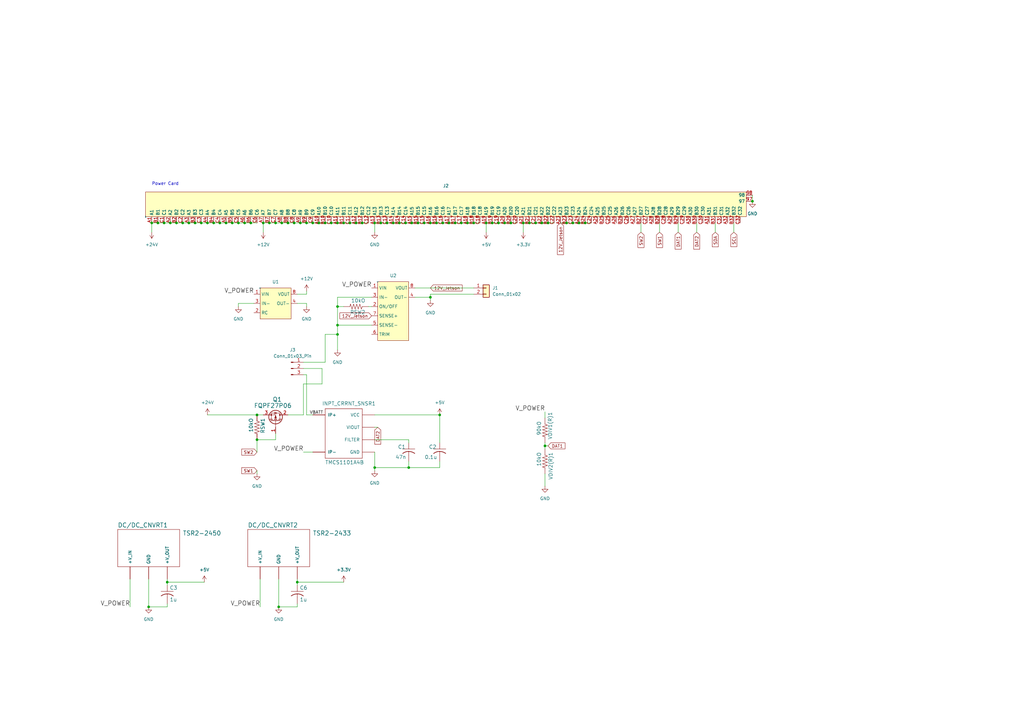
<source format=kicad_sch>
(kicad_sch (version 20231120) (generator "eeschema") (generator_version "8.0")
  (paper "A3")
  (title_block (title "Thruster Control Card") (company "Robatics @ Maryland") (comment 1 "Andrew Schaefer"))
  (lib_symbols
    (symbol "650470_1"
      (property "Reference" "J1" (at 12.7 -123.19 90))
      (property "Value" "~" (at 0 0 0))
      (symbol "650470_1_1_1"
        (rectangle (start 0 0) (end 10.16 -246.38) (fill (type background)))
        (pin passive line (at 6.35 -248.92 90) (length 2.54) (name "97") (number "97"))
        (pin passive line (at 8.89 -248.92 90) (length 2.54) (name "98") (number "98"))
        (pin passive line (at -2.54 -2.54 0) (length 2.54) (name "A1") (number "A1"))
        (pin passive line (at -2.54 -71.12 0) (length 2.54) (name "A10") (number "A10"))
        (pin passive line (at -2.54 -78.74 0) (length 2.54) (name "A11") (number "A11"))
        (pin passive line (at -2.54 -86.36 0) (length 2.54) (name "A12") (number "A12"))
        (pin passive line (at -2.54 -93.98 0) (length 2.54) (name "A13") (number "A13"))
        (pin passive line (at -2.54 -101.6 0) (length 2.54) (name "A14") (number "A14"))
        (pin passive line (at -2.54 -109.22 0) (length 2.54) (name "A15") (number "A15"))
        (pin passive line (at -2.54 -116.84 0) (length 2.54) (name "A16") (number "A16"))
        (pin passive line (at -2.54 -124.46 0) (length 2.54) (name "A17") (number "A17"))
        (pin passive line (at -2.54 -132.08 0) (length 2.54) (name "A18") (number "A18"))
        (pin passive line (at -2.54 -139.7 0) (length 2.54) (name "A19") (number "A19"))
        (pin passive line (at -2.54 -10.16 0) (length 2.54) (name "A2") (number "A2"))
        (pin passive line (at -2.54 -147.32 0) (length 2.54) (name "A20") (number "A20"))
        (pin passive line (at -2.54 -154.94 0) (length 2.54) (name "A21") (number "A21"))
        (pin passive line (at -2.54 -162.56 0) (length 2.54) (name "A22") (number "A22"))
        (pin passive line (at -2.54 -170.18 0) (length 2.54) (name "A23") (number "A23"))
        (pin passive line (at -2.54 -177.8 0) (length 2.54) (name "A24") (number "A24"))
        (pin passive line (at -2.54 -185.42 0) (length 2.54) (name "A25") (number "A25"))
        (pin passive line (at -2.54 -193.04 0) (length 2.54) (name "A26") (number "A26"))
        (pin passive line (at -2.54 -200.66 0) (length 2.54) (name "A27") (number "A27"))
        (pin passive line (at -2.54 -208.28 0) (length 2.54) (name "A28") (number "A28"))
        (pin passive line (at -2.54 -215.9 0) (length 2.54) (name "A29") (number "A29"))
        (pin passive line (at -2.54 -17.78 0) (length 2.54) (name "A3") (number "A3"))
        (pin passive line (at -2.54 -223.52 0) (length 2.54) (name "A30") (number "A30"))
        (pin passive line (at -2.54 -231.14 0) (length 2.54) (name "A31") (number "A31"))
        (pin passive line (at -2.54 -238.76 0) (length 2.54) (name "A32") (number "A32"))
        (pin passive line (at -2.54 -25.4 0) (length 2.54) (name "A4") (number "A4"))
        (pin passive line (at -2.54 -33.02 0) (length 2.54) (name "A5") (number "A5"))
        (pin passive line (at -2.54 -40.64 0) (length 2.54) (name "A6") (number "A6"))
        (pin passive line (at -2.54 -48.26 0) (length 2.54) (name "A7") (number "A7"))
        (pin passive line (at -2.54 -55.88 0) (length 2.54) (name "A8") (number "A8"))
        (pin passive line (at -2.54 -63.5 0) (length 2.54) (name "A9") (number "A9"))
        (pin passive line (at -2.54 -5.08 0) (length 2.54) (name "B1") (number "B1"))
        (pin passive line (at -2.54 -73.66 0) (length 2.54) (name "B10") (number "B10"))
        (pin passive line (at -2.54 -81.28 0) (length 2.54) (name "B11") (number "B11"))
        (pin passive line (at -2.54 -88.9 0) (length 2.54) (name "B12") (number "B12"))
        (pin passive line (at -2.54 -96.52 0) (length 2.54) (name "B13") (number "B13"))
        (pin passive line (at -2.54 -104.14 0) (length 2.54) (name "B14") (number "B14"))
        (pin passive line (at -2.54 -111.76 0) (length 2.54) (name "B15") (number "B15"))
        (pin passive line (at -2.54 -119.38 0) (length 2.54) (name "B16") (number "B16"))
        (pin passive line (at -2.54 -127 0) (length 2.54) (name "B17") (number "B17"))
        (pin passive line (at -2.54 -134.62 0) (length 2.54) (name "B18") (number "B18"))
        (pin passive line (at -2.54 -142.24 0) (length 2.54) (name "B19") (number "B19"))
        (pin passive line (at -2.54 -12.7 0) (length 2.54) (name "B2") (number "B2"))
        (pin passive line (at -2.54 -149.86 0) (length 2.54) (name "B20") (number "B20"))
        (pin passive line (at -2.54 -157.48 0) (length 2.54) (name "B21") (number "B21"))
        (pin passive line (at -2.54 -165.1 0) (length 2.54) (name "B22") (number "B22"))
        (pin passive line (at -2.54 -172.72 0) (length 2.54) (name "B23") (number "B23"))
        (pin passive line (at -2.54 -180.34 0) (length 2.54) (name "B24") (number "B24"))
        (pin passive line (at -2.54 -187.96 0) (length 2.54) (name "B25") (number "B25"))
        (pin passive line (at -2.54 -195.58 0) (length 2.54) (name "B26") (number "B26"))
        (pin passive line (at -2.54 -203.2 0) (length 2.54) (name "B27") (number "B27"))
        (pin passive line (at -2.54 -210.82 0) (length 2.54) (name "B28") (number "B28"))
        (pin passive line (at -2.54 -218.44 0) (length 2.54) (name "B29") (number "B29"))
        (pin passive line (at -2.54 -20.32 0) (length 2.54) (name "B3") (number "B3"))
        (pin passive line (at -2.54 -226.06 0) (length 2.54) (name "B30") (number "B30"))
        (pin passive line (at -2.54 -233.68 0) (length 2.54) (name "B31") (number "B31"))
        (pin passive line (at -2.54 -241.3 0) (length 2.54) (name "B32") (number "B32"))
        (pin passive line (at -2.54 -27.94 0) (length 2.54) (name "B4") (number "B4"))
        (pin passive line (at -2.54 -35.56 0) (length 2.54) (name "B5") (number "B5"))
        (pin passive line (at -2.54 -43.18 0) (length 2.54) (name "B6") (number "B6"))
        (pin passive line (at -2.54 -50.8 0) (length 2.54) (name "B7") (number "B7"))
        (pin passive line (at -2.54 -58.42 0) (length 2.54) (name "B8") (number "B8"))
        (pin passive line (at -2.54 -66.04 0) (length 2.54) (name "B9") (number "B9"))
        (pin passive line (at -2.54 -7.62 0) (length 2.54) (name "C1") (number "C1"))
        (pin passive line (at -2.54 -76.2 0) (length 2.54) (name "C10") (number "C10"))
        (pin passive line (at -2.54 -83.82 0) (length 2.54) (name "C11") (number "C11"))
        (pin passive line (at -2.54 -91.44 0) (length 2.54) (name "C12") (number "C12"))
        (pin passive line (at -2.54 -99.06 0) (length 2.54) (name "C13") (number "C13"))
        (pin passive line (at -2.54 -106.68 0) (length 2.54) (name "C14") (number "C14"))
        (pin passive line (at -2.54 -114.3 0) (length 2.54) (name "C15") (number "C15"))
        (pin passive line (at -2.54 -121.92 0) (length 2.54) (name "C16") (number "C16"))
        (pin passive line (at -2.54 -129.54 0) (length 2.54) (name "C17") (number "C17"))
        (pin passive line (at -2.54 -137.16 0) (length 2.54) (name "C18") (number "C18"))
        (pin passive line (at -2.54 -144.78 0) (length 2.54) (name "C19") (number "C19"))
        (pin passive line (at -2.54 -15.24 0) (length 2.54) (name "C2") (number "C2"))
        (pin passive line (at -2.54 -152.4 0) (length 2.54) (name "C20") (number "C20"))
        (pin passive line (at -2.54 -160.02 0) (length 2.54) (name "C21") (number "C21"))
        (pin passive line (at -2.54 -167.64 0) (length 2.54) (name "C22") (number "C22"))
        (pin passive line (at -2.54 -175.26 0) (length 2.54) (name "C23") (number "C23"))
        (pin passive line (at -2.54 -182.88 0) (length 2.54) (name "C24") (number "C24"))
        (pin passive line (at -2.54 -190.5 0) (length 2.54) (name "C25") (number "C25"))
        (pin passive line (at -2.54 -198.12 0) (length 2.54) (name "C26") (number "C26"))
        (pin passive line (at -2.54 -205.74 0) (length 2.54) (name "C27") (number "C27"))
        (pin passive line (at -2.54 -213.36 0) (length 2.54) (name "C28") (number "C28"))
        (pin passive line (at -2.54 -220.98 0) (length 2.54) (name "C29") (number "C29"))
        (pin passive line (at -2.54 -22.86 0) (length 2.54) (name "C3") (number "C3"))
        (pin passive line (at -2.54 -228.6 0) (length 2.54) (name "C30") (number "C30"))
        (pin passive line (at -2.54 -236.22 0) (length 2.54) (name "C31") (number "C31"))
        (pin passive line (at -2.54 -243.84 0) (length 2.54) (name "C32") (number "C32"))
        (pin passive line (at -2.54 -30.48 0) (length 2.54) (name "C4") (number "C4"))
        (pin passive line (at -2.54 -38.1 0) (length 2.54) (name "C5") (number "C5"))
        (pin passive line (at -2.54 -45.72 0) (length 2.54) (name "C6") (number "C6"))
        (pin passive line (at -2.54 -53.34 0) (length 2.54) (name "C7") (number "C7"))
        (pin passive line (at -2.54 -60.96 0) (length 2.54) (name "C8") (number "C8"))
        (pin passive line (at -2.54 -68.58 0) (length 2.54) (name "C9") (number "C9"))
      )
    )
    (symbol "Connector:Conn_01x03_Pin" (pin_names (offset 1.016) hide)
      (property "Reference" "J" (at 0 5.08 0))
      (property "Value" "Conn_01x03_Pin" (at 0 -5.08 0))
      (symbol "Conn_01x03_Pin_1_1"
        (polyline (pts (xy 1.27 -2.54) (xy 0.8636 -2.54)) (stroke (width 0.1524)))
        (polyline (pts (xy 1.27 0) (xy 0.8636 0)) (stroke (width 0.1524)))
        (polyline (pts (xy 1.27 2.54) (xy 0.8636 2.54)) (stroke (width 0.1524)))
        (rectangle (start 0.8636 -2.413) (end 0 -2.667) (stroke (width 0.1524)) (fill (type outline)))
        (rectangle (start 0.8636 0.127) (end 0 -0.127) (stroke (width 0.1524)) (fill (type outline)))
        (rectangle (start 0.8636 2.667) (end 0 2.413) (stroke (width 0.1524)) (fill (type outline)))
        (pin passive line (at 5.08 2.54 180) (length 3.81) (name "Pin_1") (number "1"))
        (pin passive line (at 5.08 0 180) (length 3.81) (name "Pin_2") (number "2"))
        (pin passive line (at 5.08 -2.54 180) (length 3.81) (name "Pin_3") (number "3"))
      )
    )
    (symbol "Connector_Generic:Conn_01x02" (pin_names (offset 1.016) hide)
      (property "Reference" "J" (at 0 2.54 0))
      (property "Value" "Conn_01x02" (at 0 -5.08 0))
      (symbol "Conn_01x02_1_1"
        (rectangle (start -1.27 -2.413) (end 0 -2.667) (stroke (width 0.1524)))
        (rectangle (start -1.27 0.127) (end 0 -0.127) (stroke (width 0.1524)))
        (rectangle (start -1.27 1.27) (end 1.27 -3.81) (stroke (width 0.254)) (fill (type background)))
        (pin passive line (at -5.08 0 0) (length 3.81) (name "Pin_1") (number "1"))
        (pin passive line (at -5.08 -2.54 0) (length 3.81) (name "Pin_2") (number "2"))
      )
    )
    (symbol "Custom:EHHD006A0B"
      (property "Reference" "U2" (at 6.35 2.54 0))
      (property "Value" "~" (at 0 0 0))
      (symbol "EHHD006A0B_1_1"
        (rectangle (start 0 0) (end 12.7 -24.13) (fill (type background)))
        (pin power_in line (at -2.54 -2.54 0) (length 2.54) (name "VIN") (number "1"))
        (pin input line (at -2.54 -10.16 0) (length 2.54) (name "ON/OFF") (number "2"))
        (pin power_in line (at -2.54 -6.35 0) (length 2.54) (name "IN-") (number "3"))
        (pin power_out line (at 15.24 -6.35 180) (length 2.54) (name "OUT-") (number "4"))
        (pin input line (at -2.54 -17.78 0) (length 2.54) (name "SENSE-") (number "5"))
        (pin input line (at -2.54 -21.59 0) (length 2.54) (name "TRIM") (number "6"))
        (pin input line (at -2.54 -13.97 0) (length 2.54) (name "SENSE+") (number "7"))
        (pin power_out line (at 15.24 -2.54 180) (length 2.54) (name "VOUT") (number "8"))
      )
    )
    (symbol "Custom:PKB2213D"
      (property "Reference" "U1" (at 6.35 2.54 0))
      (property "Value" "~" (at 0 0 0))
      (symbol "PKB2213D_1_1"
        (rectangle (start 0 0) (end 12.7 -12.7) (fill (type background)))
        (pin power_in line (at -2.54 -2.54 0) (length 2.54) (name "VIN") (number "1"))
        (pin input line (at -2.54 -10.16 0) (length 2.54) (name "RC") (number "2"))
        (pin power_in line (at -2.54 -6.35 0) (length 2.54) (name "IN-") (number "3"))
        (pin power_out line (at 15.24 -6.35 180) (length 2.54) (name "OUT-") (number "4"))
        (pin power_out line (at 15.24 -2.54 180) (length 2.54) (name "VOUT") (number "8"))
      )
    )
    (symbol "PowerboardRev5-eagle-import:ACS713SOIC" (pin_names (offset 1.016))
      (property "Reference" "INPT_CRRNT_SNSR1" (at -8.89 11.43 0))
      (property "Value" "TMCS1101A4B" (at -7.62 -12.7 0))
      (symbol "ACS713SOIC_1_0"
        (polyline (pts (xy -7.62 -10.16) (xy -7.62 10.16)))
        (polyline (pts (xy -7.62 10.16) (xy 7.62 10.16)))
        (polyline (pts (xy 7.62 -10.16) (xy -7.62 -10.16)))
        (polyline (pts (xy 7.62 10.16) (xy 7.62 -10.16)))
        (pin bidirectional line (at -12.7 7.62 0) (length 5.08) (name "IP+") (number "1"))
        (pin bidirectional line (at -12.7 -7.62 0) (length 5.08) (name "IP-") (number "3"))
        (pin bidirectional line (at 12.7 -7.62 180) (length 5.08) (name "GND") (number "5"))
        (pin bidirectional line (at 12.7 -2.54 180) (length 5.08) (name "FILTER") (number "6"))
        (pin bidirectional line (at 12.7 2.54 180) (length 5.08) (name "VIOUT") (number "7"))
        (pin bidirectional line (at 12.7 7.62 180) (length 5.08) (name "VCC") (number "8"))
        (pin bidirectional line (at -12.7 7.62 0) (length 5.08) (name "IP+") (number "P$2"))
        (pin bidirectional line (at -12.7 -7.62 0) (length 5.08) (name "IP-") (number "P$4"))
      )
    )
    (symbol "PowerboardRev5-eagle-import:C-USC0805" (pin_names (offset 1.016))
      (property "Reference" "C" (at 1.016 0.635 0))
      (property "Value" "C-USC0805" (at 1.016 -4.191 0))
      (symbol "C-USC0805_1_0"
        (arc (start 0 -1.016) (mid -1.2939 -1.2289) (end -2.4638 -1.8288) (stroke (width 0.254)))
        (polyline (pts (xy -2.54 0) (xy 2.54 0)))
        (polyline (pts (xy 0 -1.016) (xy 0 -2.54)))
        (arc (start 2.4892 -1.8542) (mid 1.3167 -1.2157) (end 0 -0.9906) (stroke (width 0.254)))
        (pin passive line (at 0 2.54 270) (length 2.54) (name "1") (number "1"))
        (pin passive line (at 0 -5.08 90) (length 2.54) (name "2") (number "2"))
      )
    )
    (symbol "PowerboardRev5-eagle-import:R-US_R0805" (pin_names (offset 1.016))
      (property "Reference" "R" (at -3.81 1.4986 0))
      (property "Value" "R-US_R0805" (at -3.81 -3.302 0))
      (symbol "R-US_R0805_1_0"
        (polyline (pts (xy -2.54 0) (xy -2.159 1.016)))
        (polyline (pts (xy -2.159 1.016) (xy -1.524 -1.016)))
        (polyline (pts (xy -1.524 -1.016) (xy -0.889 1.016)))
        (polyline (pts (xy -0.889 1.016) (xy -0.254 -1.016)))
        (polyline (pts (xy -0.254 -1.016) (xy 0.381 1.016)))
        (polyline (pts (xy 0.381 1.016) (xy 1.016 -1.016)))
        (polyline (pts (xy 1.016 -1.016) (xy 1.651 1.016)))
        (polyline (pts (xy 1.651 1.016) (xy 2.286 -1.016)))
        (polyline (pts (xy 2.286 -1.016) (xy 2.54 0)))
        (pin passive line (at -5.08 0 0) (length 2.54) (name "1") (number "1"))
        (pin passive line (at 5.08 0 180) (length 2.54) (name "2") (number "2"))
      )
    )
    (symbol "PowerboardRev5-eagle-import:TSR2-2450" (pin_names (offset 1.016))
      (property "Reference" "U" (at -12.7 8.382 0))
      (property "Value" "TSR2-2450" (at 5.08 8.382 0))
      (symbol "TSR2-2450_1_0"
        (polyline (pts (xy -12.7 -7.62) (xy -12.7 7.62)))
        (polyline (pts (xy -12.7 7.62) (xy 12.7 7.62)))
        (polyline (pts (xy 12.7 -7.62) (xy -12.7 -7.62)))
        (polyline (pts (xy 12.7 7.62) (xy 12.7 -7.62)))
        (pin power_in line (at -7.62 -12.7 90) (length 5.08) (name "+V_IN") (number "1"))
        (pin power_in line (at 0 -12.7 90) (length 5.08) (name "GND") (number "2"))
        (pin power_in line (at 7.62 -12.7 90) (length 5.08) (name "+V_OUT") (number "3"))
      )
    )
    (symbol "Transistor_FET:FQP27P06" (pin_names hide)
      (property "Reference" "Q" (at 5.08 1.905 0))
      (property "Value" "FQP27P06" (at 5.08 0 0))
      (symbol "FQP27P06_0_1"
        (polyline (pts (xy 0.254 0) (xy -2.54 0)))
        (polyline (pts (xy 0.254 1.905) (xy 0.254 -1.905)) (stroke (width 0.254)))
        (polyline (pts (xy 0.762 -1.27) (xy 0.762 -2.286)) (stroke (width 0.254)))
        (polyline (pts (xy 0.762 0.508) (xy 0.762 -0.508)) (stroke (width 0.254)))
        (polyline (pts (xy 0.762 2.286) (xy 0.762 1.27)) (stroke (width 0.254)))
        (polyline (pts (xy 2.54 2.54) (xy 2.54 1.778)))
        (polyline (pts (xy 2.54 -2.54) (xy 2.54 0) (xy 0.762 0)))
        (polyline (pts (xy 0.762 1.778) (xy 3.302 1.778) (xy 3.302 -1.778) (xy 0.762 -1.778)))
        (polyline (pts (xy 2.286 0) (xy 1.27 0.381) (xy 1.27 -0.381) (xy 2.286 0)) (fill (type outline)))
        (polyline (pts (xy 2.794 -0.508) (xy 2.921 -0.381) (xy 3.683 -0.381) (xy 3.81 -0.254)))
        (polyline (pts (xy 3.302 -0.381) (xy 2.921 0.254) (xy 3.683 0.254) (xy 3.302 -0.381)))
        (circle (center 1.651 0) (radius 2.794) (stroke (width 0.254)))
        (circle (center 2.54 -1.778) (radius 0.254) (fill (type outline)))
        (circle (center 2.54 1.778) (radius 0.254) (fill (type outline)))
      )
      (symbol "FQP27P06_1_1"
        (pin input line (at -5.08 0 0) (length 2.54) (name "G") (number "1"))
        (pin passive line (at 2.54 5.08 270) (length 2.54) (name "D") (number "2"))
        (pin passive line (at 2.54 -5.08 90) (length 2.54) (name "S") (number "3"))
      )
    )
    (symbol "power:+12V" (power) (pin_names (offset 0))
      (property "Value" "+12V" (at 0 3.556 0))
      (symbol "+12V_0_1"
        (polyline (pts (xy -0.762 1.27) (xy 0 2.54)))
        (polyline (pts (xy 0 0) (xy 0 2.54)))
        (polyline (pts (xy 0 2.54) (xy 0.762 1.27)))
      )
      (symbol "+12V_1_1"
        (pin power_in line (at 0 0 90) (length 0) hide (name "+12V") (number "1"))
      )
    )
    (symbol "power:+24V" (power) (pin_names (offset 0))
      (property "Value" "+24V" (at 0 3.556 0))
      (symbol "+24V_0_1"
        (polyline (pts (xy -0.762 1.27) (xy 0 2.54)))
        (polyline (pts (xy 0 0) (xy 0 2.54)))
        (polyline (pts (xy 0 2.54) (xy 0.762 1.27)))
      )
      (symbol "+24V_1_1"
        (pin power_in line (at 0 0 90) (length 0) hide (name "+24V") (number "1"))
      )
    )
    (symbol "power:+3.3V" (power) (pin_names (offset 0))
      (property "Value" "+3.3V" (at 0 3.556 0))
      (symbol "+3.3V_0_1"
        (polyline (pts (xy -0.762 1.27) (xy 0 2.54)))
        (polyline (pts (xy 0 0) (xy 0 2.54)))
        (polyline (pts (xy 0 2.54) (xy 0.762 1.27)))
      )
      (symbol "+3.3V_1_1"
        (pin power_in line (at 0 0 90) (length 0) hide (name "+3.3V") (number "1"))
      )
    )
    (symbol "power:+5V" (power) (pin_names (offset 0))
      (property "Value" "+5V" (at 0 3.556 0))
      (symbol "+5V_0_1"
        (polyline (pts (xy -0.762 1.27) (xy 0 2.54)))
        (polyline (pts (xy 0 0) (xy 0 2.54)))
        (polyline (pts (xy 0 2.54) (xy 0.762 1.27)))
      )
      (symbol "+5V_1_1"
        (pin power_in line (at 0 0 90) (length 0) hide (name "+5V") (number "1"))
      )
    )
    (symbol "power:GND" (power) (pin_names (offset 0))
      (property "Value" "GND" (at 0 -3.81 0))
      (symbol "GND_0_1"
        (polyline (pts (xy 0 0) (xy 0 -1.27) (xy 1.27 -1.27) (xy 0 -2.54) (xy -1.27 -1.27) (xy 0 -1.27)))
      )
      (symbol "GND_1_1"
        (pin power_in line (at 0 0 270) (length 0) hide (name "GND") (number "1"))
      )
    )
  )
  (junction (at 69.85 91.44))
  (junction (at 173.99 91.44))
  (junction (at 199.39 91.44))
  (junction (at 240.03 91.44))
  (junction (at 62.23 91.44))
  (junction (at 115.57 91.44))
  (junction (at 194.31 91.44))
  (junction (at 95.25 91.44))
  (junction (at 161.29 91.44))
  (junction (at 143.51 91.44))
  (junction (at 121.92 238.76))
  (junction (at 80.01 91.44))
  (junction (at 223.52 182.88))
  (junction (at 128.27 91.44))
  (junction (at 224.79 91.44))
  (junction (at 77.47 91.44))
  (junction (at 153.67 191.77))
  (junction (at 219.71 91.44))
  (junction (at 217.17 91.44))
  (junction (at 105.41 170.18))
  (junction (at 90.17 91.44))
  (junction (at 120.65 91.44))
  (junction (at 138.43 137.16))
  (junction (at 68.58 238.76))
  (junction (at 179.07 91.44))
  (junction (at 201.93 91.44))
  (junction (at 166.37 91.44))
  (junction (at 138.43 133.35))
  (junction (at 191.77 91.44))
  (junction (at 168.91 91.44))
  (junction (at 204.47 91.44))
  (junction (at 102.87 91.44))
  (junction (at 123.19 91.44))
  (junction (at 67.31 91.44))
  (junction (at 176.53 121.92))
  (junction (at 158.75 91.44))
  (junction (at 146.05 91.44))
  (junction (at 234.95 91.44))
  (junction (at 64.77 91.44))
  (junction (at 156.21 91.44))
  (junction (at 118.11 91.44))
  (junction (at 186.69 91.44))
  (junction (at 87.63 91.44))
  (junction (at 114.3 248.92))
  (junction (at 153.67 91.44))
  (junction (at 125.73 91.44))
  (junction (at 209.55 91.44))
  (junction (at 167.64 191.77))
  (junction (at 176.53 91.44))
  (junction (at 140.97 91.44))
  (junction (at 105.41 180.34))
  (junction (at 135.89 91.44))
  (junction (at 184.15 91.44))
  (junction (at 222.25 91.44))
  (junction (at 148.59 91.44))
  (junction (at 82.55 91.44))
  (junction (at 130.81 91.44))
  (junction (at 232.41 91.44))
  (junction (at 138.43 125.73))
  (junction (at 133.35 91.44))
  (junction (at 97.79 91.44))
  (junction (at 85.09 91.44))
  (junction (at 180.34 170.18))
  (junction (at 214.63 91.44))
  (junction (at 138.43 91.44))
  (junction (at 171.45 91.44))
  (junction (at 74.93 91.44))
  (junction (at 181.61 91.44))
  (junction (at 110.49 91.44))
  (junction (at 92.71 91.44))
  (junction (at 207.01 91.44))
  (junction (at 308.61 82.55))
  (junction (at 100.33 91.44))
  (junction (at 237.49 91.44))
  (junction (at 107.95 91.44))
  (junction (at 60.96 248.92))
  (junction (at 113.03 91.44))
  (junction (at 72.39 91.44))
  (junction (at 163.83 91.44))
  (junction (at 189.23 91.44))
  (wire (pts (xy 143.51 91.44) (xy 146.05 91.44)))
  (wire (pts (xy 153.67 185.42) (xy 153.67 191.77)))
  (wire (pts (xy 121.92 238.76) (xy 121.92 240.03)))
  (wire (pts (xy 97.79 124.46) (xy 104.14 124.46)))
  (wire (pts (xy 180.34 170.18) (xy 180.34 181.61)))
  (wire (pts (xy 163.83 91.44) (xy 166.37 91.44)))
  (wire (pts (xy 214.63 91.44) (xy 217.17 91.44)))
  (wire (pts (xy 64.77 91.44) (xy 67.31 91.44)))
  (wire (pts (xy 219.71 91.44) (xy 222.25 91.44)))
  (wire (pts (xy 67.31 91.44) (xy 69.85 91.44)))
  (wire (pts (xy 138.43 133.35) (xy 138.43 125.73)))
  (wire (pts (xy 293.37 91.44) (xy 293.37 95.25)))
  (wire (pts (xy 171.45 91.44) (xy 173.99 91.44)))
  (wire (pts (xy 90.17 91.44) (xy 92.71 91.44)))
  (wire (pts (xy 201.93 91.44) (xy 204.47 91.44)))
  (wire (pts (xy 113.03 91.44) (xy 115.57 91.44)))
  (wire (pts (xy 173.99 91.44) (xy 176.53 91.44)))
  (wire (pts (xy 118.11 170.18) (xy 124.46 170.18)))
  (wire (pts (xy 132.08 157.48) (xy 124.46 157.48)))
  (wire (pts (xy 153.67 91.44) (xy 153.67 95.25)))
  (wire (pts (xy 285.75 91.44) (xy 285.75 95.25)))
  (wire (pts (xy 113.03 177.8) (xy 113.03 180.34)))
  (wire (pts (xy 114.3 248.92) (xy 114.3 237.49)))
  (wire (pts (xy 167.64 189.23) (xy 167.64 191.77)))
  (wire (pts (xy 224.79 91.44) (xy 227.33 91.44)))
  (wire (pts (xy 204.47 91.44) (xy 207.01 91.44)))
  (wire (pts (xy 161.29 91.44) (xy 163.83 91.44)))
  (wire (pts (xy 270.51 91.44) (xy 270.51 95.25)))
  (wire (pts (xy 85.09 91.44) (xy 87.63 91.44)))
  (wire (pts (xy 121.92 237.49) (xy 121.92 238.76)))
  (wire (pts (xy 133.35 91.44) (xy 135.89 91.44)))
  (wire (pts (xy 153.67 91.44) (xy 156.21 91.44)))
  (wire (pts (xy 232.41 91.44) (xy 234.95 91.44)))
  (wire (pts (xy 167.64 180.34) (xy 167.64 181.61)))
  (wire (pts (xy 166.37 91.44) (xy 168.91 91.44)))
  (wire (pts (xy 110.49 91.44) (xy 113.03 91.44)))
  (wire (pts (xy 74.93 91.44) (xy 77.47 91.44)))
  (wire (pts (xy 167.64 191.77) (xy 180.34 191.77)))
  (wire (pts (xy 92.71 91.44) (xy 95.25 91.44)))
  (wire (pts (xy 153.67 191.77) (xy 153.67 193.04)))
  (wire (pts (xy 68.58 247.65) (xy 68.58 248.92)))
  (wire (pts (xy 146.05 91.44) (xy 148.59 91.44)))
  (wire (pts (xy 100.33 91.44) (xy 102.87 91.44)))
  (wire (pts (xy 194.31 120.65) (xy 176.53 120.65)))
  (wire (pts (xy 121.92 248.92) (xy 114.3 248.92)))
  (wire (pts (xy 209.55 91.44) (xy 212.09 91.44)))
  (wire (pts (xy 138.43 121.92) (xy 152.4 121.92)))
  (wire (pts (xy 123.19 91.44) (xy 125.73 91.44)))
  (wire (pts (xy 121.92 120.65) (xy 125.73 120.65)))
  (wire (pts (xy 95.25 91.44) (xy 97.79 91.44)))
  (wire (pts (xy 62.23 91.44) (xy 64.77 91.44)))
  (wire (pts (xy 214.63 91.44) (xy 214.63 95.25)))
  (wire (pts (xy 68.58 237.49) (xy 68.58 238.76)))
  (wire (pts (xy 128.27 91.44) (xy 130.81 91.44)))
  (wire (pts (xy 69.85 91.44) (xy 72.39 91.44)))
  (wire (pts (xy 308.61 80.01) (xy 308.61 82.55)))
  (wire (pts (xy 125.73 120.65) (xy 125.73 119.38)))
  (wire (pts (xy 62.23 91.44) (xy 62.23 95.25)))
  (wire (pts (xy 125.73 124.46) (xy 125.73 125.73)))
  (wire (pts (xy 180.34 189.23) (xy 180.34 191.77)))
  (wire (pts (xy 118.11 91.44) (xy 120.65 91.44)))
  (wire (pts (xy 85.09 170.18) (xy 105.41 170.18)))
  (wire (pts (xy 223.52 181.61) (xy 223.52 182.88)))
  (wire (pts (xy 125.73 91.44) (xy 128.27 91.44)))
  (wire (pts (xy 105.41 193.04) (xy 105.41 194.31)))
  (wire (pts (xy 77.47 91.44) (xy 80.01 91.44)))
  (wire (pts (xy 181.61 91.44) (xy 184.15 91.44)))
  (wire (pts (xy 68.58 238.76) (xy 68.58 240.03)))
  (wire (pts (xy 170.18 121.92) (xy 176.53 121.92)))
  (wire (pts (xy 105.41 180.34) (xy 113.03 180.34)))
  (wire (pts (xy 186.69 91.44) (xy 189.23 91.44)))
  (wire (pts (xy 121.92 247.65) (xy 121.92 248.92)))
  (wire (pts (xy 120.65 91.44) (xy 123.19 91.44)))
  (wire (pts (xy 262.89 91.44) (xy 262.89 95.25)))
  (wire (pts (xy 87.63 91.44) (xy 90.17 91.44)))
  (wire (pts (xy 106.68 248.92) (xy 106.68 237.49)))
  (wire (pts (xy 229.87 91.44) (xy 232.41 91.44)))
  (wire (pts (xy 199.39 91.44) (xy 199.39 95.25)))
  (wire (pts (xy 140.97 91.44) (xy 143.51 91.44)))
  (wire (pts (xy 237.49 91.44) (xy 240.03 91.44)))
  (wire (pts (xy 138.43 125.73) (xy 138.43 121.92)))
  (wire (pts (xy 82.55 91.44) (xy 85.09 91.44)))
  (wire (pts (xy 132.08 151.13) (xy 132.08 157.48)))
  (wire (pts (xy 176.53 91.44) (xy 179.07 91.44)))
  (wire (pts (xy 107.95 91.44) (xy 110.49 91.44)))
  (wire (pts (xy 138.43 143.51) (xy 138.43 137.16)))
  (wire (pts (xy 170.18 118.11) (xy 194.31 118.11)))
  (wire (pts (xy 138.43 137.16) (xy 138.43 133.35)))
  (wire (pts (xy 124.46 148.59) (xy 133.35 148.59)))
  (wire (pts (xy 158.75 91.44) (xy 161.29 91.44)))
  (wire (pts (xy 115.57 91.44) (xy 118.11 91.44)))
  (wire (pts (xy 138.43 91.44) (xy 140.97 91.44)))
  (wire (pts (xy 124.46 157.48) (xy 124.46 170.18)))
  (wire (pts (xy 107.95 91.44) (xy 107.95 95.25)))
  (wire (pts (xy 167.64 191.77) (xy 153.67 191.77)))
  (wire (pts (xy 217.17 91.44) (xy 219.71 91.44)))
  (wire (pts (xy 124.46 151.13) (xy 132.08 151.13)))
  (wire (pts (xy 240.03 91.44) (xy 242.57 91.44)))
  (wire (pts (xy 68.58 238.76) (xy 83.82 238.76)))
  (wire (pts (xy 223.52 171.45) (xy 223.52 168.91)))
  (wire (pts (xy 53.34 248.92) (xy 53.34 237.49)))
  (wire (pts (xy 97.79 91.44) (xy 100.33 91.44)))
  (wire (pts (xy 135.89 91.44) (xy 138.43 91.44)))
  (wire (pts (xy 138.43 125.73) (xy 140.97 125.73)))
  (wire (pts (xy 130.81 91.44) (xy 133.35 91.44)))
  (wire (pts (xy 124.46 185.42) (xy 128.27 185.42)))
  (wire (pts (xy 97.79 125.73) (xy 97.79 124.46)))
  (wire (pts (xy 194.31 91.44) (xy 196.85 91.44)))
  (wire (pts (xy 154.94 175.26) (xy 153.67 175.26)))
  (wire (pts (xy 125.73 153.67) (xy 124.46 153.67)))
  (wire (pts (xy 234.95 91.44) (xy 237.49 91.44)))
  (wire (pts (xy 300.99 91.44) (xy 300.99 95.25)))
  (wire (pts (xy 121.92 124.46) (xy 125.73 124.46)))
  (wire (pts (xy 153.67 180.34) (xy 167.64 180.34)))
  (wire (pts (xy 179.07 91.44) (xy 181.61 91.44)))
  (wire (pts (xy 102.87 91.44) (xy 105.41 91.44)))
  (wire (pts (xy 176.53 121.92) (xy 176.53 123.19)))
  (wire (pts (xy 105.41 180.34) (xy 105.41 185.42)))
  (wire (pts (xy 199.39 91.44) (xy 201.93 91.44)))
  (wire (pts (xy 189.23 91.44) (xy 191.77 91.44)))
  (wire (pts (xy 153.67 170.18) (xy 180.34 170.18)))
  (wire (pts (xy 80.01 91.44) (xy 82.55 91.44)))
  (wire (pts (xy 125.73 170.18) (xy 128.27 170.18)))
  (wire (pts (xy 121.92 238.76) (xy 140.97 238.76)))
  (wire (pts (xy 133.35 137.16) (xy 138.43 137.16)))
  (wire (pts (xy 207.01 91.44) (xy 209.55 91.44)))
  (wire (pts (xy 105.41 170.18) (xy 107.95 170.18)))
  (wire (pts (xy 133.35 148.59) (xy 133.35 137.16)))
  (wire (pts (xy 191.77 91.44) (xy 194.31 91.44)))
  (wire (pts (xy 168.91 91.44) (xy 171.45 91.44)))
  (wire (pts (xy 68.58 248.92) (xy 60.96 248.92)))
  (wire (pts (xy 184.15 91.44) (xy 186.69 91.44)))
  (wire (pts (xy 138.43 133.35) (xy 152.4 133.35)))
  (wire (pts (xy 148.59 91.44) (xy 151.13 91.44)))
  (wire (pts (xy 72.39 91.44) (xy 74.93 91.44)))
  (wire (pts (xy 222.25 91.44) (xy 224.79 91.44)))
  (wire (pts (xy 278.13 91.44) (xy 278.13 95.25)))
  (wire (pts (xy 125.73 153.67) (xy 125.73 170.18)))
  (wire (pts (xy 156.21 91.44) (xy 158.75 91.44)))
  (wire (pts (xy 176.53 120.65) (xy 176.53 121.92)))
  (wire (pts (xy 224.79 182.88) (xy 223.52 182.88)))
  (wire (pts (xy 60.96 248.92) (xy 60.96 237.49)))
  (wire (pts (xy 151.13 125.73) (xy 152.4 125.73)))
  (wire (pts (xy 223.52 182.88) (xy 223.52 184.15)))
  (wire (pts (xy 223.52 199.39) (xy 223.52 194.31)))
  (text "Power Card" (at 62.23 76.2 0) (effects (font (size 1.27 1.27)) (justify left bottom)))
  (label "V_POWER" (at 124.46 185.42 180) (effects (font (size 1.778 1.778))))
  (label "V_POWER" (at 104.14 120.65 180) (effects (font (size 1.778 1.778))))
  (label "VBATT" (at 127 170.18 0))
  (label "V_POWER" (at 223.52 168.91 180) (effects (font (size 1.778 1.778))))
  (label "V_POWER" (at 106.68 248.92 180) (effects (font (size 1.778 1.778))))
  (label "V_POWER" (at 53.34 248.92 180) (effects (font (size 1.778 1.778))))
  (label "V_POWER" (at 152.4 118.11 180) (effects (font (size 1.778 1.778))))
  (global_label "DAT1" (shape input) (at 224.79 182.88 0) (property "Intersheetrefs" "${INTERSHEET_REFS}" (effects (hide yes))))
  (global_label "SW2" (shape input) (at 105.41 185.42 180) (property "Intersheetrefs" "${INTERSHEET_REFS}" (effects (hide yes))))
  (global_label "SDA" (shape input) (at 293.37 95.25 270) (property "Intersheetrefs" "${INTERSHEET_REFS}" (effects (hide yes))))
  (global_label "12V_Jetson" (shape input) (at 152.4 129.54 180) (property "Intersheetrefs" "${INTERSHEET_REFS}" (effects (hide yes))))
  (global_label "12V_Jetson" (shape input) (at 176.53 118.11 0) (property "Intersheetrefs" "${INTERSHEET_REFS}" (effects (hide yes))))
  (global_label "SW1" (shape input) (at 105.41 193.04 180) (property "Intersheetrefs" "${INTERSHEET_REFS}" (effects (hide yes))))
  (global_label "DAT2" (shape input) (at 154.94 175.26 270) (property "Intersheetrefs" "${INTERSHEET_REFS}" (effects (hide yes))))
  (global_label "SW2" (shape input) (at 262.89 95.25 270) (property "Intersheetrefs" "${INTERSHEET_REFS}" (effects (hide yes))))
  (global_label "DAT1" (shape input) (at 278.13 95.25 270) (property "Intersheetrefs" "${INTERSHEET_REFS}" (effects (hide yes))))
  (global_label "DAT2" (shape input) (at 285.75 95.25 270) (property "Intersheetrefs" "${INTERSHEET_REFS}" (effects (hide yes))))
  (global_label "SCL" (shape input) (at 300.99 95.25 270) (property "Intersheetrefs" "${INTERSHEET_REFS}" (effects (hide yes))))
  (global_label "SW1" (shape input) (at 270.51 95.25 270) (property "Intersheetrefs" "${INTERSHEET_REFS}" (effects (hide yes))))
  (global_label "12V_Jetson" (shape input) (at 229.87 91.44 270) (property "Intersheetrefs" "${INTERSHEET_REFS}" (effects (hide yes))))
  (symbol (lib_id "power:+24V") (at 85.09 170.18 0) (unit 1)
    (property "Reference" "#PWR016" (effects (hide yes)))
    (property "Value" "+24V" (at 85.09 165.1 0))
  )
  (symbol (lib_id "power:+12V") (at 125.73 119.38 0) (unit 1)
    (property "Reference" "#PWR017" (effects (hide yes)))
    (property "Value" "+12V" (at 125.73 114.3 0))
  )
  (symbol (lib_id "PowerboardRev5-eagle-import:TSR2-2450") (at 114.3 224.79 0) (unit 1)
    (property "Reference" "DC/DC_CNVRT2" (at 101.6 216.408 0) (effects (font (size 1.778 1.778)) (justify left bottom)))
    (property "Value" "TSR2-2433" (at 128.27 219.71 0) (effects (font (size 1.778 1.778)) (justify left bottom)))
    (property "Footprint" "Custom:TSR2" (effects (hide yes)))
  )
  (symbol (lib_id "power:+24V") (at 62.23 95.25 180) (unit 1)
    (property "Reference" "#PWR01" (effects (hide yes)))
    (property "Value" "+24V" (at 62.23 100.33 0))
  )
  (symbol (lib_id "power:GND") (at 223.52 199.39 0) (unit 1)
    (property "Reference" "#PWR013" (effects (hide yes)))
    (property "Value" "GND" (at 223.52 204.47 0))
  )
  (symbol (lib_id "power:+5V") (at 83.82 238.76 0) (unit 1)
    (property "Reference" "#PWR019" (effects (hide yes)))
    (property "Value" "+5V" (at 83.82 233.68 0))
  )
  (symbol (lib_id "power:GND") (at 138.43 143.51 0) (unit 1)
    (property "Reference" "#PWR08" (effects (hide yes)))
    (property "Value" "GND" (at 138.43 148.59 0))
  )
  (symbol (lib_id "PowerboardRev5-eagle-import:C-USC0805") (at 68.58 242.57 0) (unit 1)
    (property "Reference" "C3" (at 69.596 241.935 0) (effects (font (size 1.4986 1.4986)) (justify left bottom)))
    (property "Value" "1u" (at 69.596 246.761 0) (effects (font (size 1.4986 1.4986)) (justify left bottom)))
    (property "Footprint" "Capacitor_SMD:C_0805_2012Metric_Pad1.18x1.45mm_HandSolder" (effects (hide yes)))
  )
  (symbol (lib_id "power:GND") (at 97.79 125.73 0) (unit 1)
    (property "Reference" "#PWR06" (effects (hide yes)))
    (property "Value" "GND" (at 97.79 130.81 0))
  )
  (symbol (lib_id "power:+3.3V") (at 214.63 95.25 180) (unit 1)
    (property "Reference" "#PWR05" (effects (hide yes)))
    (property "Value" "+3.3V" (at 214.63 100.33 0))
  )
  (symbol (lib_id "power:GND") (at 125.73 125.73 0) (unit 1)
    (property "Reference" "#PWR07" (effects (hide yes)))
    (property "Value" "GND" (at 125.73 130.81 0))
  )
  (symbol (lib_id "power:GND") (at 153.67 95.25 0) (unit 1)
    (property "Reference" "#PWR03" (effects (hide yes)))
    (property "Value" "GND" (at 153.67 100.33 0))
  )
  (symbol (lib_id "power:GND") (at 308.61 82.55 0) (unit 1)
    (property "Reference" "#PWR09" (effects (hide yes)))
    (property "Value" "GND" (at 308.61 87.63 0))
  )
  (symbol (lib_id "power:+12V") (at 107.95 95.25 180) (unit 1)
    (property "Reference" "#PWR02" (effects (hide yes)))
    (property "Value" "+12V" (at 107.95 100.33 0))
  )
  (symbol (lib_id "Custom:EHHD006A0B") (at 154.94 115.57 0) (unit 1)
    (property "Reference" "U2" (at 161.29 113.03 0))
    (property "Value" "~" (at 154.94 115.57 0))
    (property "Footprint" "Custom:72W_CONV" (effects (hide yes)))
  )
  (symbol (lib_id "PowerboardRev5-eagle-import:C-USC0805") (at 180.34 184.15 0) (mirror y) (unit 1)
    (property "Reference" "C2" (at 179.07 184.15 0) (effects (font (size 1.4986 1.4986)) (justify left bottom)))
    (property "Value" "0.1u" (at 179.324 188.341 0) (effects (font (size 1.4986 1.4986)) (justify left bottom)))
    (property "Footprint" "Capacitor_SMD:C_0805_2012Metric_Pad1.18x1.45mm_HandSolder" (effects (hide yes)))
  )
  (symbol (lib_name "650470_1") (lib_id "Custom:650470") (at 59.69 88.9 90) (unit 1)
    (property "Reference" "J2" (at 182.88 76.2 90))
    (property "Value" "~" (at 59.69 88.9 0))
    (property "Footprint" "Custom:6509475" (effects (hide yes)))
  )
  (symbol (lib_id "PowerboardRev5-eagle-import:R-US_R0805") (at 146.05 125.73 180) (unit 1)
    (property "Reference" "RSW2" (at 149.86 127.2286 0) (effects (font (size 1.4986 1.4986)) (justify left bottom)))
    (property "Value" "10kO" (at 149.86 122.428 0) (effects (font (size 1.4986 1.4986)) (justify left bottom)))
    (property "Footprint" "Resistor_SMD:R_0805_2012Metric_Pad1.20x1.40mm_HandSolder" (effects (hide yes)))
  )
  (symbol (lib_id "Connector_Generic:Conn_01x02") (at 199.39 118.11 0) (unit 1)
    (property "Reference" "J1" (at 201.93 118.11 0) (effects (justify left)))
    (property "Value" "Conn_01x02" (at 201.93 120.65 0) (effects (justify left)))
    (property "Footprint" "Connector_JST:JST_PH_B2B-PH-K_1x02_P2.00mm_Vertical" (effects (hide yes)))
  )
  (symbol (lib_id "power:+5V") (at 180.34 170.18 0) (unit 1)
    (property "Reference" "#PWR018" (effects (hide yes)))
    (property "Value" "+5V" (at 180.34 165.1 0))
  )
  (symbol (lib_id "PowerboardRev5-eagle-import:C-USC0805") (at 121.92 242.57 0) (unit 1)
    (property "Reference" "C6" (at 122.936 241.935 0) (effects (font (size 1.4986 1.4986)) (justify left bottom)))
    (property "Value" "1u" (at 122.936 246.761 0) (effects (font (size 1.4986 1.4986)) (justify left bottom)))
    (property "Footprint" "Capacitor_SMD:C_0805_2012Metric_Pad1.18x1.45mm_HandSolder" (effects (hide yes)))
  )
  (symbol (lib_id "power:GND") (at 114.3 248.92 0) (unit 1)
    (property "Reference" "#PWR014" (effects (hide yes)))
    (property "Value" "GND" (at 114.3 254 0))
  )
  (symbol (lib_id "Connector:Conn_01x03_Pin") (at 119.38 151.13 0) (unit 1)
    (property "Reference" "J3" (at 120.015 143.51 0))
    (property "Value" "Conn_01x03_Pin" (at 120.015 146.05 0))
    (property "Footprint" "Connector_Wire:SolderWire-1.5sqmm_1x03_P7.8mm_D1.7mm_OD3.9mm" (effects (hide yes)))
    (property "Description" "Generic connector, single row, 01x03, script generated" (effects (hide yes)))
  )
  (symbol (lib_id "power:+5V") (at 199.39 95.25 180) (unit 1)
    (property "Reference" "#PWR04" (effects (hide yes)))
    (property "Value" "+5V" (at 199.39 100.33 0))
  )
  (symbol (lib_id "power:GND") (at 176.53 123.19 0) (unit 1)
    (property "Reference" "#PWR010" (effects (hide yes)))
    (property "Value" "GND" (at 176.53 128.27 0))
  )
  (symbol (lib_id "power:GND") (at 60.96 248.92 0) (unit 1)
    (property "Reference" "#PWR015" (effects (hide yes)))
    (property "Value" "GND" (at 60.96 254 0))
  )
  (symbol (lib_id "power:GND") (at 105.41 194.31 0) (unit 1)
    (property "Reference" "#PWR011" (effects (hide yes)))
    (property "Value" "GND" (at 105.41 199.39 0))
  )
  (symbol (lib_id "PowerboardRev5-eagle-import:TSR2-2450") (at 60.96 224.79 0) (unit 1)
    (property "Reference" "DC/DC_CNVRT1" (at 48.26 216.408 0) (effects (font (size 1.778 1.778)) (justify left bottom)))
    (property "Value" "TSR2-2450" (at 74.93 219.71 0) (effects (font (size 1.778 1.778)) (justify left bottom)))
    (property "Footprint" "Custom:TSR2" (effects (hide yes)))
  )
  (symbol (lib_id "PowerboardRev5-eagle-import:R-US_R0805") (at 223.52 189.23 270) (unit 1)
    (property "Reference" "VDIV2(R)1" (at 225.0186 185.42 0) (effects (font (size 1.4986 1.4986)) (justify left bottom)))
    (property "Value" "10kO" (at 220.218 185.42 0) (effects (font (size 1.4986 1.4986)) (justify left bottom)))
    (property "Footprint" "Resistor_SMD:R_0805_2012Metric_Pad1.20x1.40mm_HandSolder" (effects (hide yes)))
  )
  (symbol (lib_id "Transistor_FET:FQP27P06") (at 113.03 172.72 270) (mirror x) (unit 1)
    (property "Reference" "Q1" (at 111.76 163.83 90) (effects (font (size 1.778 1.778)) (justify left)))
    (property "Value" "FQPF27P06" (at 104.14 166.37 90) (effects (font (size 1.778 1.778)) (justify left)))
    (property "Footprint" "Package_TO_SOT_THT:TO-220-3_Vertical" (effects (hide yes)))
    (property "Datasheet" "https://www.onsemi.com/pub/Collateral/FQP27P06-D.PDF" (effects (hide yes)))
  )
  (symbol (lib_id "PowerboardRev5-eagle-import:R-US_R0805") (at 105.41 175.26 270) (unit 1)
    (property "Reference" "RSW1" (at 106.9086 171.45 0) (effects (font (size 1.4986 1.4986)) (justify left bottom)))
    (property "Value" "10kO" (at 102.108 171.45 0) (effects (font (size 1.4986 1.4986)) (justify left bottom)))
    (property "Footprint" "Resistor_SMD:R_0805_2012Metric_Pad1.20x1.40mm_HandSolder" (effects (hide yes)))
  )
  (symbol (lib_id "Custom:PKB2213D") (at 106.68 118.11 0) (unit 1)
    (property "Reference" "U1" (at 113.03 115.57 0))
    (property "Value" "~" (at 106.68 118.11 0))
    (property "Footprint" "Custom:240W_CONV" (effects (hide yes)))
  )
  (symbol (lib_id "power:GND") (at 153.67 193.04 0) (unit 1)
    (property "Reference" "#PWR012" (effects (hide yes)))
    (property "Value" "GND" (at 153.67 198.12 0))
  )
  (symbol (lib_id "PowerboardRev5-eagle-import:R-US_R0805") (at 223.52 176.53 270) (unit 1)
    (property "Reference" "VDIV1(R)1" (at 224.79 168.91 0) (effects (font (size 1.4986 1.4986)) (justify left bottom)))
    (property "Value" "90kO" (at 220.218 172.72 0) (effects (font (size 1.4986 1.4986)) (justify left bottom)))
    (property "Footprint" "Resistor_SMD:R_0805_2012Metric_Pad1.20x1.40mm_HandSolder" (effects (hide yes)))
  )
  (symbol (lib_id "PowerboardRev5-eagle-import:ACS713SOIC") (at 140.97 177.8 0) (unit 1)
    (property "Reference" "INPT_CRRNT_SNSR1" (at 132.08 166.37 0) (effects (font (size 1.4986 1.4986)) (justify left bottom)))
    (property "Value" "TMCS1101A4B" (at 133.35 190.5 0) (effects (font (size 1.4986 1.4986)) (justify left bottom)))
    (property "Footprint" "Package_SO:SOIC-8_3.9x4.9mm_P1.27mm" (effects (hide yes)))
  )
  (symbol (lib_id "power:+3.3V") (at 140.97 238.76 0) (unit 1)
    (property "Reference" "#PWR020" (effects (hide yes)))
    (property "Value" "+3.3V" (at 140.97 233.68 0))
  )
  (symbol (lib_id "PowerboardRev5-eagle-import:C-USC0805") (at 167.64 184.15 0) (mirror y) (unit 1)
    (property "Reference" "C1" (at 166.37 184.15 0) (effects (font (size 1.4986 1.4986)) (justify left bottom)))
    (property "Value" "47n" (at 166.624 188.341 0) (effects (font (size 1.4986 1.4986)) (justify left bottom)))
    (property "Footprint" "Capacitor_SMD:C_0805_2012Metric_Pad1.18x1.45mm_HandSolder" (effects (hide yes)))
  )
)
</source>
